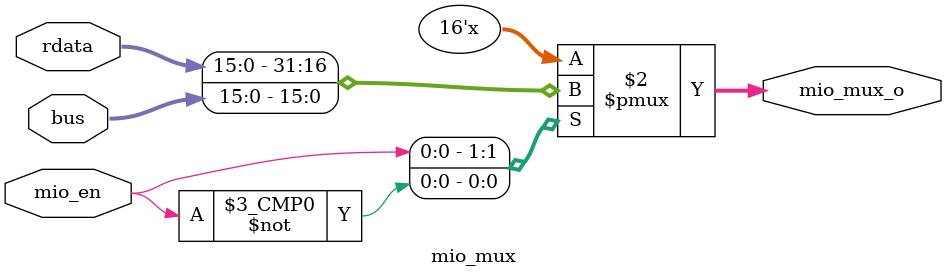
<source format=sv>
module MUX(    input logic [1:0] pcmux,
    input logic [15:0] bus,
    input logic [15:0] pc,
    input logic [15:0] ir,

    output logic [15:0] pc_mux_o, //pc_mux
    
    input logic mio_en,
    input logic [15:0] rdata,

    output logic [15:0] mio_mux_o, //mio_mux

    input logic sr2_sel,
    input logic [15:0] sr2_out,
    // input logic [15:0] ir_sext,
    output logic [15:0] sr2_mux_o, //sr2_mux

    input logic addr1_sel,
    // input logic [15:0] pc,
    input logic [15:0] sr1_out,
    output logic [15:0] addr1_mux_o,  //addr1_mux  

    input logic dr_sel,
    // input logic [2:0] ir9to11,
    // input 3b'111
    output logic [2:0] dr_mux_o,  //dr_mux  

    input logic sr1_sel,
    // input logic [2:0] ir9to11,
    // input logic [2:0] ir6to8,
    output logic [2:0] sr1_mux_o,  //sr1_mux  

    input logic [1:0] addr2_sel,
    output logic [15:0] addr2_mux_o, //addr2_mux
    input logic [15:0] adder_o
    );

    //instantiation of muxes
    pc_mux pc_mux0(.*);
    mio_mux mio_mux0(.*);

    Mux2to1 #(
    .WIDTH(16)
    ) sr2_mux(
    .data0(sr2_out),
    .data1({{11{ir[4]}},ir[4:0]}),
    .sel(sr2_sel), 
    .out(sr2_mux_o)
    );

    Mux2to1 #(
    .WIDTH(16)
    ) addr1_mux(
    .data0(pc),
    .data1(sr1_out),
    .sel(addr1_sel), 
    .out(addr1_mux_o)
    );

    Mux2to1 #(
    .WIDTH(3)
    ) sr1_mux(
    .data0(ir[11:9]),
    .data1(ir[8:6]),
    .sel(sr1_sel), 
    .out(sr1_mux_o)
    );

    Mux2to1 #(
    .WIDTH(3)
    ) dr_mux(
    .data0(ir[11:9]),
    .data1(3'b111),
    .sel(dr_sel), 
    .out(dr_mux_o)
    );

    Mux4to1 #(
    .WIDTH(16)
    ) addr2_mux(
    .data0(16'h0000),
    .data1({{10{ir[5]}},ir[5:0]}),
    .data2({{7{ir[8]}},ir[8:0]}),
    .data3({{5{ir[10]}},ir[10:0]}),
    .sel(addr2_sel), 
    .out(addr2_mux_o)
    );  //addr2_mux
endmodule

module Mux2to1 #(
    parameter WIDTH = 16
)(
    input logic [WIDTH-1:0] data0, 
    input logic [WIDTH-1:0] data1, 
    input logic sel, 
    output logic [WIDTH-1:0] out 
);
always_comb begin
    out = sel ? data1 : data0;
end

endmodule

module Mux4to1 #(
    parameter WIDTH = 16 
)(
    input logic [WIDTH-1:0] data0, 
    input logic [WIDTH-1:0] data1, 
    input logic [WIDTH-1:0] data2, 
    input logic [WIDTH-1:0] data3,
    input logic [1:0] sel, 
    output logic [WIDTH-1:0] out 
);

    always_comb begin
        case(sel)
            2'b00: begin
            out = data0;
            end
            2'b01: begin
            out = data1;
            end
            2'b10: begin
            out = data2;
            end
            2'b11: begin
            out = data3;
            end
            default: out = {WIDTH{1'b0}};
    endcase
    end
endmodule

module pc_mux(
    input logic [1:0] pcmux,
    input logic [15:0] bus,
    input logic [15:0] pc,
    input logic [15:0] adder_o,

    output logic [15:0] pc_mux_o
);
    always_comb begin
        case(pcmux)
            2'b01: 
            begin
            pc_mux_o = bus;
            end
            2'b00: 
            begin
            pc_mux_o = pc + 1;
            end
            2'b10:
            begin
            pc_mux_o = adder_o;
            end
            default: pc_mux_o = 16'b0;
        endcase
    end
endmodule

module mio_mux(
    input logic mio_en,

    input logic [15:0] bus,
    input logic [15:0] rdata,

    output logic [15:0] mio_mux_o
);
    always_comb begin
        case(mio_en)
            1: mio_mux_o = rdata;
            0: mio_mux_o = bus;
            default: mio_mux_o = 16'b0;
        endcase
    end
endmodule
</source>
